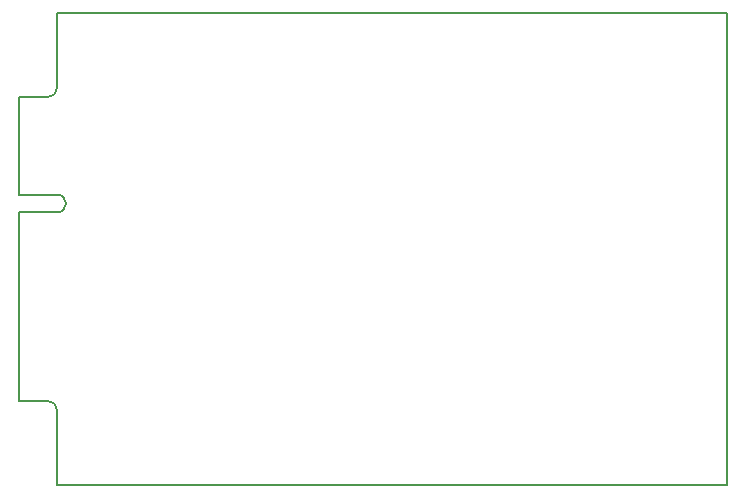
<source format=gko>
G04 Layer_Color=16711935*
%FSLAX25Y25*%
%MOIN*%
G70*
G01*
G75*
%ADD24C,0.00600*%
D24*
X335665Y355118D02*
G03*
X332516Y358268I-3150J0D01*
G01*
Y459449D02*
G03*
X335665Y462598I0J3150D01*
G01*
Y421063D02*
G03*
X335665Y426968I0J2953D01*
G01*
Y330118D02*
Y355118D01*
Y462598D02*
Y487598D01*
X322870Y459449D02*
X332516D01*
X322870Y426968D02*
X335665D01*
Y330118D02*
X559091D01*
X335665Y487598D02*
X559091D01*
X322870Y426968D02*
Y459449D01*
Y358268D02*
Y421063D01*
Y358268D02*
X332516D01*
X322870Y421063D02*
X335665D01*
X559091Y330118D02*
Y487598D01*
M02*

</source>
